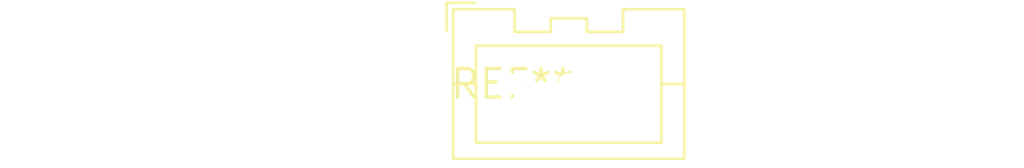
<source format=kicad_pcb>
(kicad_pcb (version 20240108) (generator pcbnew)
  (layers (0 "F.Cu" signal) (31 "B.Cu" signal) (34 "B.Paste" user) (35 "F.Paste" user) (36 "B.SilkS" user "B.Silkscreen") (37 "F.SilkS" user "F.Silkscreen") (38 "B.Mask" user) (39 "F.Mask" user) (44 "Edge.Cuts" user))
  (net 0 "")
  (footprint "JST_XA_B03B-XASK-1_1x03_P2.50mm_Vertical" (layer "F.Cu") (at 0 0)
    (property "Reference" "REF**")
    (property "Value" "JST_XA_B03B-XASK-1_1x03_P2.50mm_Vertical")
    (fp_line (start -2.91 -3.61) (end -2.91 -2.36) (layer "F.SilkS") (stroke (width 0.12)))
    (fp_line (start -2.61 -3.31) (end -2.61 3.31) (layer "F.SilkS") (stroke (width 0.12)))
    (fp_line (start -2.61 0) (end -1.6 0) (layer "F.SilkS") (stroke (width 0.12)))
    (fp_line (start -2.61 3.31) (end 7.61 3.31) (layer "F.SilkS") (stroke (width 0.12)))
    (fp_line (start -1.66 -3.61) (end -2.91 -3.61) (layer "F.SilkS") (stroke (width 0.12)))
    (fp_line (start -1.6 -1.7) (end -1.6 2.6) (layer "F.SilkS") (stroke (width 0.12)))
    (fp_line (start -1.6 2.6) (end 6.6 2.6) (layer "F.SilkS") (stroke (width 0.12)))
    (fp_line (start 0.1 -3.31) (end -2.61 -3.31) (layer "F.SilkS") (stroke (width 0.12)))
    (fp_line (start 0.1 -2.31) (end 0.1 -3.31) (layer "F.SilkS") (stroke (width 0.12)))
    (fp_line (start 1.7 -2.91) (end 1.7 -2.31) (layer "F.SilkS") (stroke (width 0.12)))
    (fp_line (start 1.7 -2.31) (end 0.1 -2.31) (layer "F.SilkS") (stroke (width 0.12)))
    (fp_line (start 3.3 -2.91) (end 1.7 -2.91) (layer "F.SilkS") (stroke (width 0.12)))
    (fp_line (start 3.3 -2.31) (end 3.3 -2.91) (layer "F.SilkS") (stroke (width 0.12)))
    (fp_line (start 4.9 -3.31) (end 4.9 -2.31) (layer "F.SilkS") (stroke (width 0.12)))
    (fp_line (start 4.9 -2.31) (end 3.3 -2.31) (layer "F.SilkS") (stroke (width 0.12)))
    (fp_line (start 6.6 -1.7) (end -1.6 -1.7) (layer "F.SilkS") (stroke (width 0.12)))
    (fp_line (start 6.6 2.6) (end 6.6 -1.7) (layer "F.SilkS") (stroke (width 0.12)))
    (fp_line (start 7.61 -3.31) (end 4.9 -3.31) (layer "F.SilkS") (stroke (width 0.12)))
    (fp_line (start 7.61 0) (end 6.6 0) (layer "F.SilkS") (stroke (width 0.12)))
    (fp_line (start 7.61 3.31) (end 7.61 -3.31) (layer "F.SilkS") (stroke (width 0.12)))
    (pad "1" thru_hole roundrect (at 0 0) (size 1.7 1.95) (drill 0.95) (layers *.Cu *.Mask) (remove_unused_layers) (roundrect_rratio 0.147059))
    (pad "2" thru_hole oval (at 2.5 0) (size 1.7 1.95) (drill 0.95) (layers *.Cu *.Mask) (remove_unused_layers))
    (pad "3" thru_hole oval (at 5 0) (size 1.7 1.95) (drill 0.95) (layers *.Cu *.Mask) (remove_unused_layers))
  )
)
</source>
